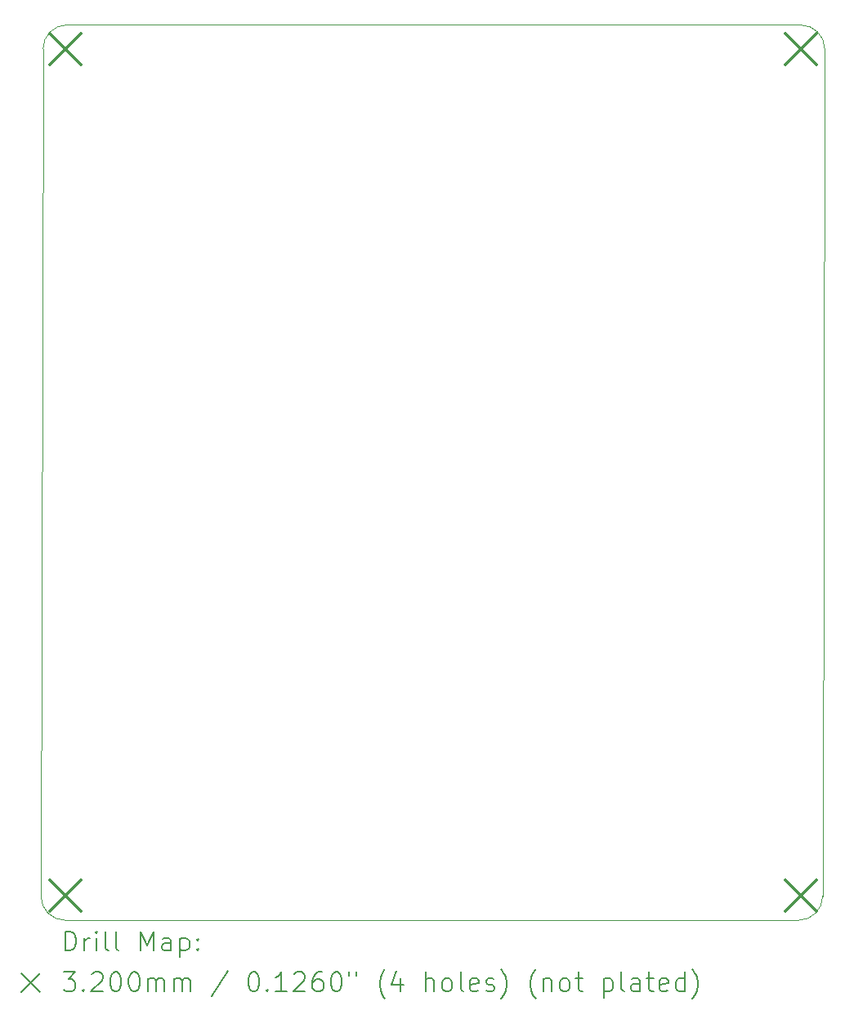
<source format=gbr>
%TF.GenerationSoftware,KiCad,Pcbnew,6.0.9-8da3e8f707~116~ubuntu22.04.1*%
%TF.CreationDate,2022-11-13T12:17:38+05:30*%
%TF.ProjectId,sra_dev_board_2022,7372615f-6465-4765-9f62-6f6172645f32,rev?*%
%TF.SameCoordinates,Original*%
%TF.FileFunction,Drillmap*%
%TF.FilePolarity,Positive*%
%FSLAX45Y45*%
G04 Gerber Fmt 4.5, Leading zero omitted, Abs format (unit mm)*
G04 Created by KiCad (PCBNEW 6.0.9-8da3e8f707~116~ubuntu22.04.1) date 2022-11-13 12:17:38*
%MOMM*%
%LPD*%
G01*
G04 APERTURE LIST*
%ADD10C,0.100000*%
%ADD11C,0.200000*%
%ADD12C,0.320000*%
G04 APERTURE END LIST*
D10*
X14828518Y-12213218D02*
G75*
G03*
X15078518Y-11963223I2J249998D01*
G01*
X15100000Y-3250000D02*
X15078518Y-11904096D01*
X6978518Y-11904096D02*
X6978518Y-11963223D01*
X14850000Y-2945000D02*
X7250000Y-2945000D01*
X15078518Y-11904096D02*
X15078518Y-11963223D01*
X15100000Y-3195000D02*
G75*
G03*
X14850000Y-2945000I-250000J0D01*
G01*
X7000000Y-3250000D02*
X6978518Y-11904096D01*
X6978517Y-11963223D02*
G75*
G03*
X7228518Y-12213223I250003J3D01*
G01*
X7228518Y-12213223D02*
X14828518Y-12213223D01*
X7000000Y-3195000D02*
X7000000Y-3250000D01*
X7250000Y-2945000D02*
G75*
G03*
X7000000Y-3195000I0J-250000D01*
G01*
X15100000Y-3195000D02*
X15100000Y-3250000D01*
D11*
D12*
X7075000Y-3035000D02*
X7395000Y-3355000D01*
X7395000Y-3035000D02*
X7075000Y-3355000D01*
X7075000Y-11800000D02*
X7395000Y-12120000D01*
X7395000Y-11800000D02*
X7075000Y-12120000D01*
X14690000Y-3035000D02*
X15010000Y-3355000D01*
X15010000Y-3035000D02*
X14690000Y-3355000D01*
X14690000Y-11800000D02*
X15010000Y-12120000D01*
X15010000Y-11800000D02*
X14690000Y-12120000D01*
D11*
X7231137Y-12528699D02*
X7231137Y-12328699D01*
X7278756Y-12328699D01*
X7307328Y-12338223D01*
X7326375Y-12357271D01*
X7335899Y-12376318D01*
X7345423Y-12414414D01*
X7345423Y-12442985D01*
X7335899Y-12481080D01*
X7326375Y-12500128D01*
X7307328Y-12519176D01*
X7278756Y-12528699D01*
X7231137Y-12528699D01*
X7431137Y-12528699D02*
X7431137Y-12395366D01*
X7431137Y-12433461D02*
X7440661Y-12414414D01*
X7450185Y-12404890D01*
X7469232Y-12395366D01*
X7488280Y-12395366D01*
X7554947Y-12528699D02*
X7554947Y-12395366D01*
X7554947Y-12328699D02*
X7545423Y-12338223D01*
X7554947Y-12347747D01*
X7564470Y-12338223D01*
X7554947Y-12328699D01*
X7554947Y-12347747D01*
X7678756Y-12528699D02*
X7659709Y-12519176D01*
X7650185Y-12500128D01*
X7650185Y-12328699D01*
X7783518Y-12528699D02*
X7764470Y-12519176D01*
X7754947Y-12500128D01*
X7754947Y-12328699D01*
X8012090Y-12528699D02*
X8012090Y-12328699D01*
X8078756Y-12471557D01*
X8145423Y-12328699D01*
X8145423Y-12528699D01*
X8326375Y-12528699D02*
X8326375Y-12423937D01*
X8316851Y-12404890D01*
X8297804Y-12395366D01*
X8259709Y-12395366D01*
X8240661Y-12404890D01*
X8326375Y-12519176D02*
X8307328Y-12528699D01*
X8259709Y-12528699D01*
X8240661Y-12519176D01*
X8231137Y-12500128D01*
X8231137Y-12481080D01*
X8240661Y-12462033D01*
X8259709Y-12452509D01*
X8307328Y-12452509D01*
X8326375Y-12442985D01*
X8421613Y-12395366D02*
X8421613Y-12595366D01*
X8421613Y-12404890D02*
X8440661Y-12395366D01*
X8478756Y-12395366D01*
X8497804Y-12404890D01*
X8507328Y-12414414D01*
X8516852Y-12433461D01*
X8516852Y-12490604D01*
X8507328Y-12509652D01*
X8497804Y-12519176D01*
X8478756Y-12528699D01*
X8440661Y-12528699D01*
X8421613Y-12519176D01*
X8602566Y-12509652D02*
X8612090Y-12519176D01*
X8602566Y-12528699D01*
X8593042Y-12519176D01*
X8602566Y-12509652D01*
X8602566Y-12528699D01*
X8602566Y-12404890D02*
X8612090Y-12414414D01*
X8602566Y-12423937D01*
X8593042Y-12414414D01*
X8602566Y-12404890D01*
X8602566Y-12423937D01*
X6773518Y-12758223D02*
X6973518Y-12958223D01*
X6973518Y-12758223D02*
X6773518Y-12958223D01*
X7212090Y-12748699D02*
X7335899Y-12748699D01*
X7269232Y-12824890D01*
X7297804Y-12824890D01*
X7316851Y-12834414D01*
X7326375Y-12843937D01*
X7335899Y-12862985D01*
X7335899Y-12910604D01*
X7326375Y-12929652D01*
X7316851Y-12939176D01*
X7297804Y-12948699D01*
X7240661Y-12948699D01*
X7221613Y-12939176D01*
X7212090Y-12929652D01*
X7421613Y-12929652D02*
X7431137Y-12939176D01*
X7421613Y-12948699D01*
X7412090Y-12939176D01*
X7421613Y-12929652D01*
X7421613Y-12948699D01*
X7507328Y-12767747D02*
X7516851Y-12758223D01*
X7535899Y-12748699D01*
X7583518Y-12748699D01*
X7602566Y-12758223D01*
X7612090Y-12767747D01*
X7621613Y-12786795D01*
X7621613Y-12805842D01*
X7612090Y-12834414D01*
X7497804Y-12948699D01*
X7621613Y-12948699D01*
X7745423Y-12748699D02*
X7764470Y-12748699D01*
X7783518Y-12758223D01*
X7793042Y-12767747D01*
X7802566Y-12786795D01*
X7812090Y-12824890D01*
X7812090Y-12872509D01*
X7802566Y-12910604D01*
X7793042Y-12929652D01*
X7783518Y-12939176D01*
X7764470Y-12948699D01*
X7745423Y-12948699D01*
X7726375Y-12939176D01*
X7716851Y-12929652D01*
X7707328Y-12910604D01*
X7697804Y-12872509D01*
X7697804Y-12824890D01*
X7707328Y-12786795D01*
X7716851Y-12767747D01*
X7726375Y-12758223D01*
X7745423Y-12748699D01*
X7935899Y-12748699D02*
X7954947Y-12748699D01*
X7973994Y-12758223D01*
X7983518Y-12767747D01*
X7993042Y-12786795D01*
X8002566Y-12824890D01*
X8002566Y-12872509D01*
X7993042Y-12910604D01*
X7983518Y-12929652D01*
X7973994Y-12939176D01*
X7954947Y-12948699D01*
X7935899Y-12948699D01*
X7916851Y-12939176D01*
X7907328Y-12929652D01*
X7897804Y-12910604D01*
X7888280Y-12872509D01*
X7888280Y-12824890D01*
X7897804Y-12786795D01*
X7907328Y-12767747D01*
X7916851Y-12758223D01*
X7935899Y-12748699D01*
X8088280Y-12948699D02*
X8088280Y-12815366D01*
X8088280Y-12834414D02*
X8097804Y-12824890D01*
X8116851Y-12815366D01*
X8145423Y-12815366D01*
X8164470Y-12824890D01*
X8173994Y-12843937D01*
X8173994Y-12948699D01*
X8173994Y-12843937D02*
X8183518Y-12824890D01*
X8202566Y-12815366D01*
X8231137Y-12815366D01*
X8250185Y-12824890D01*
X8259709Y-12843937D01*
X8259709Y-12948699D01*
X8354947Y-12948699D02*
X8354947Y-12815366D01*
X8354947Y-12834414D02*
X8364470Y-12824890D01*
X8383518Y-12815366D01*
X8412090Y-12815366D01*
X8431137Y-12824890D01*
X8440661Y-12843937D01*
X8440661Y-12948699D01*
X8440661Y-12843937D02*
X8450185Y-12824890D01*
X8469232Y-12815366D01*
X8497804Y-12815366D01*
X8516852Y-12824890D01*
X8526375Y-12843937D01*
X8526375Y-12948699D01*
X8916852Y-12739176D02*
X8745423Y-12996318D01*
X9173994Y-12748699D02*
X9193042Y-12748699D01*
X9212090Y-12758223D01*
X9221613Y-12767747D01*
X9231137Y-12786795D01*
X9240661Y-12824890D01*
X9240661Y-12872509D01*
X9231137Y-12910604D01*
X9221613Y-12929652D01*
X9212090Y-12939176D01*
X9193042Y-12948699D01*
X9173994Y-12948699D01*
X9154947Y-12939176D01*
X9145423Y-12929652D01*
X9135899Y-12910604D01*
X9126375Y-12872509D01*
X9126375Y-12824890D01*
X9135899Y-12786795D01*
X9145423Y-12767747D01*
X9154947Y-12758223D01*
X9173994Y-12748699D01*
X9326375Y-12929652D02*
X9335899Y-12939176D01*
X9326375Y-12948699D01*
X9316852Y-12939176D01*
X9326375Y-12929652D01*
X9326375Y-12948699D01*
X9526375Y-12948699D02*
X9412090Y-12948699D01*
X9469232Y-12948699D02*
X9469232Y-12748699D01*
X9450185Y-12777271D01*
X9431137Y-12796318D01*
X9412090Y-12805842D01*
X9602566Y-12767747D02*
X9612090Y-12758223D01*
X9631137Y-12748699D01*
X9678756Y-12748699D01*
X9697804Y-12758223D01*
X9707328Y-12767747D01*
X9716852Y-12786795D01*
X9716852Y-12805842D01*
X9707328Y-12834414D01*
X9593042Y-12948699D01*
X9716852Y-12948699D01*
X9888280Y-12748699D02*
X9850185Y-12748699D01*
X9831137Y-12758223D01*
X9821613Y-12767747D01*
X9802566Y-12796318D01*
X9793042Y-12834414D01*
X9793042Y-12910604D01*
X9802566Y-12929652D01*
X9812090Y-12939176D01*
X9831137Y-12948699D01*
X9869232Y-12948699D01*
X9888280Y-12939176D01*
X9897804Y-12929652D01*
X9907328Y-12910604D01*
X9907328Y-12862985D01*
X9897804Y-12843937D01*
X9888280Y-12834414D01*
X9869232Y-12824890D01*
X9831137Y-12824890D01*
X9812090Y-12834414D01*
X9802566Y-12843937D01*
X9793042Y-12862985D01*
X10031137Y-12748699D02*
X10050185Y-12748699D01*
X10069232Y-12758223D01*
X10078756Y-12767747D01*
X10088280Y-12786795D01*
X10097804Y-12824890D01*
X10097804Y-12872509D01*
X10088280Y-12910604D01*
X10078756Y-12929652D01*
X10069232Y-12939176D01*
X10050185Y-12948699D01*
X10031137Y-12948699D01*
X10012090Y-12939176D01*
X10002566Y-12929652D01*
X9993042Y-12910604D01*
X9983518Y-12872509D01*
X9983518Y-12824890D01*
X9993042Y-12786795D01*
X10002566Y-12767747D01*
X10012090Y-12758223D01*
X10031137Y-12748699D01*
X10173994Y-12748699D02*
X10173994Y-12786795D01*
X10250185Y-12748699D02*
X10250185Y-12786795D01*
X10545423Y-13024890D02*
X10535899Y-13015366D01*
X10516852Y-12986795D01*
X10507328Y-12967747D01*
X10497804Y-12939176D01*
X10488280Y-12891557D01*
X10488280Y-12853461D01*
X10497804Y-12805842D01*
X10507328Y-12777271D01*
X10516852Y-12758223D01*
X10535899Y-12729652D01*
X10545423Y-12720128D01*
X10707328Y-12815366D02*
X10707328Y-12948699D01*
X10659709Y-12739176D02*
X10612090Y-12882033D01*
X10735899Y-12882033D01*
X10964471Y-12948699D02*
X10964471Y-12748699D01*
X11050185Y-12948699D02*
X11050185Y-12843937D01*
X11040661Y-12824890D01*
X11021613Y-12815366D01*
X10993042Y-12815366D01*
X10973994Y-12824890D01*
X10964471Y-12834414D01*
X11173994Y-12948699D02*
X11154947Y-12939176D01*
X11145423Y-12929652D01*
X11135899Y-12910604D01*
X11135899Y-12853461D01*
X11145423Y-12834414D01*
X11154947Y-12824890D01*
X11173994Y-12815366D01*
X11202566Y-12815366D01*
X11221613Y-12824890D01*
X11231137Y-12834414D01*
X11240661Y-12853461D01*
X11240661Y-12910604D01*
X11231137Y-12929652D01*
X11221613Y-12939176D01*
X11202566Y-12948699D01*
X11173994Y-12948699D01*
X11354947Y-12948699D02*
X11335899Y-12939176D01*
X11326375Y-12920128D01*
X11326375Y-12748699D01*
X11507328Y-12939176D02*
X11488280Y-12948699D01*
X11450185Y-12948699D01*
X11431137Y-12939176D01*
X11421613Y-12920128D01*
X11421613Y-12843937D01*
X11431137Y-12824890D01*
X11450185Y-12815366D01*
X11488280Y-12815366D01*
X11507328Y-12824890D01*
X11516851Y-12843937D01*
X11516851Y-12862985D01*
X11421613Y-12882033D01*
X11593042Y-12939176D02*
X11612090Y-12948699D01*
X11650185Y-12948699D01*
X11669232Y-12939176D01*
X11678756Y-12920128D01*
X11678756Y-12910604D01*
X11669232Y-12891557D01*
X11650185Y-12882033D01*
X11621613Y-12882033D01*
X11602566Y-12872509D01*
X11593042Y-12853461D01*
X11593042Y-12843937D01*
X11602566Y-12824890D01*
X11621613Y-12815366D01*
X11650185Y-12815366D01*
X11669232Y-12824890D01*
X11745423Y-13024890D02*
X11754947Y-13015366D01*
X11773994Y-12986795D01*
X11783518Y-12967747D01*
X11793042Y-12939176D01*
X11802566Y-12891557D01*
X11802566Y-12853461D01*
X11793042Y-12805842D01*
X11783518Y-12777271D01*
X11773994Y-12758223D01*
X11754947Y-12729652D01*
X11745423Y-12720128D01*
X12107328Y-13024890D02*
X12097804Y-13015366D01*
X12078756Y-12986795D01*
X12069232Y-12967747D01*
X12059709Y-12939176D01*
X12050185Y-12891557D01*
X12050185Y-12853461D01*
X12059709Y-12805842D01*
X12069232Y-12777271D01*
X12078756Y-12758223D01*
X12097804Y-12729652D01*
X12107328Y-12720128D01*
X12183518Y-12815366D02*
X12183518Y-12948699D01*
X12183518Y-12834414D02*
X12193042Y-12824890D01*
X12212090Y-12815366D01*
X12240661Y-12815366D01*
X12259709Y-12824890D01*
X12269232Y-12843937D01*
X12269232Y-12948699D01*
X12393042Y-12948699D02*
X12373994Y-12939176D01*
X12364470Y-12929652D01*
X12354947Y-12910604D01*
X12354947Y-12853461D01*
X12364470Y-12834414D01*
X12373994Y-12824890D01*
X12393042Y-12815366D01*
X12421613Y-12815366D01*
X12440661Y-12824890D01*
X12450185Y-12834414D01*
X12459709Y-12853461D01*
X12459709Y-12910604D01*
X12450185Y-12929652D01*
X12440661Y-12939176D01*
X12421613Y-12948699D01*
X12393042Y-12948699D01*
X12516851Y-12815366D02*
X12593042Y-12815366D01*
X12545423Y-12748699D02*
X12545423Y-12920128D01*
X12554947Y-12939176D01*
X12573994Y-12948699D01*
X12593042Y-12948699D01*
X12812090Y-12815366D02*
X12812090Y-13015366D01*
X12812090Y-12824890D02*
X12831137Y-12815366D01*
X12869232Y-12815366D01*
X12888280Y-12824890D01*
X12897804Y-12834414D01*
X12907328Y-12853461D01*
X12907328Y-12910604D01*
X12897804Y-12929652D01*
X12888280Y-12939176D01*
X12869232Y-12948699D01*
X12831137Y-12948699D01*
X12812090Y-12939176D01*
X13021613Y-12948699D02*
X13002566Y-12939176D01*
X12993042Y-12920128D01*
X12993042Y-12748699D01*
X13183518Y-12948699D02*
X13183518Y-12843937D01*
X13173994Y-12824890D01*
X13154947Y-12815366D01*
X13116851Y-12815366D01*
X13097804Y-12824890D01*
X13183518Y-12939176D02*
X13164470Y-12948699D01*
X13116851Y-12948699D01*
X13097804Y-12939176D01*
X13088280Y-12920128D01*
X13088280Y-12901080D01*
X13097804Y-12882033D01*
X13116851Y-12872509D01*
X13164470Y-12872509D01*
X13183518Y-12862985D01*
X13250185Y-12815366D02*
X13326375Y-12815366D01*
X13278756Y-12748699D02*
X13278756Y-12920128D01*
X13288280Y-12939176D01*
X13307328Y-12948699D01*
X13326375Y-12948699D01*
X13469232Y-12939176D02*
X13450185Y-12948699D01*
X13412090Y-12948699D01*
X13393042Y-12939176D01*
X13383518Y-12920128D01*
X13383518Y-12843937D01*
X13393042Y-12824890D01*
X13412090Y-12815366D01*
X13450185Y-12815366D01*
X13469232Y-12824890D01*
X13478756Y-12843937D01*
X13478756Y-12862985D01*
X13383518Y-12882033D01*
X13650185Y-12948699D02*
X13650185Y-12748699D01*
X13650185Y-12939176D02*
X13631137Y-12948699D01*
X13593042Y-12948699D01*
X13573994Y-12939176D01*
X13564470Y-12929652D01*
X13554947Y-12910604D01*
X13554947Y-12853461D01*
X13564470Y-12834414D01*
X13573994Y-12824890D01*
X13593042Y-12815366D01*
X13631137Y-12815366D01*
X13650185Y-12824890D01*
X13726375Y-13024890D02*
X13735899Y-13015366D01*
X13754947Y-12986795D01*
X13764470Y-12967747D01*
X13773994Y-12939176D01*
X13783518Y-12891557D01*
X13783518Y-12853461D01*
X13773994Y-12805842D01*
X13764470Y-12777271D01*
X13754947Y-12758223D01*
X13735899Y-12729652D01*
X13726375Y-12720128D01*
M02*

</source>
